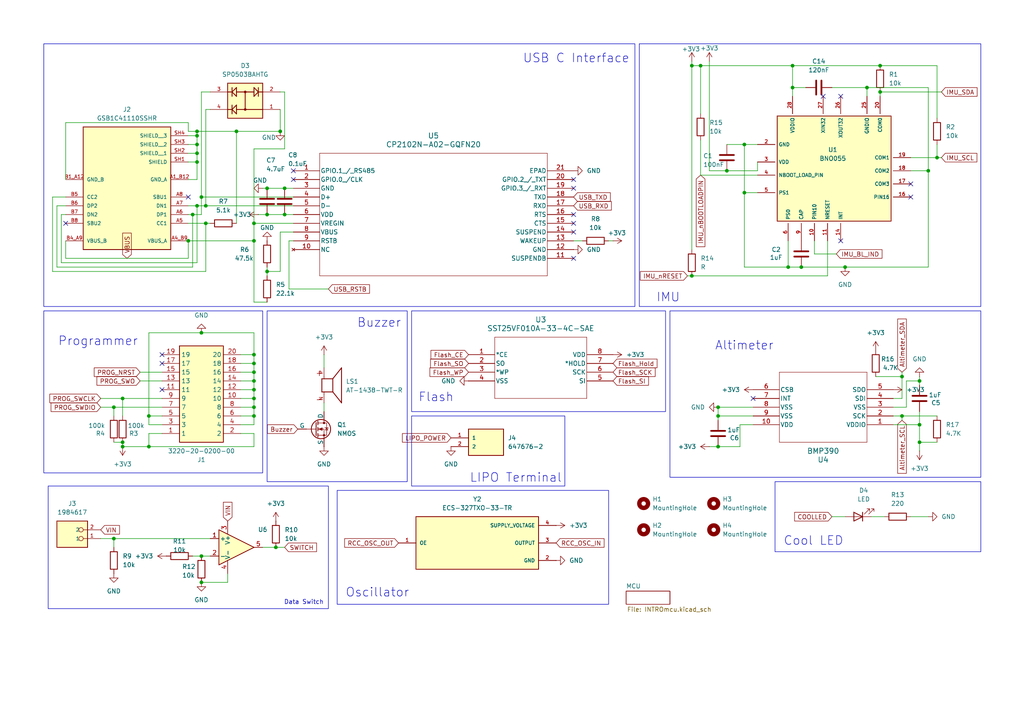
<source format=kicad_sch>
(kicad_sch (version 20250114) (generator "eeschema") (generator_version "9.0")
  (paper "A4")
  (lib_symbols
    (symbol "2 pin v2:1984617" (pin_names (offset 1.016))
      (property "Reference" "J" (at -2.54 3.302 0))
      (property "Value" "1984617" (at -2.54 -7.62 0))
      (symbol "1984617_0_0"
        (pin passive line (at -7.62 0 0) (length 5.08) (name "1") (number "1"))
        (pin passive line (at -7.62 -2.54 0) (length 5.08) (name "2") (number "2"))
      )
    )
    (symbol "20 pin connector:3220-20-0200-00"
      (property "Reference" "J" (at 19.05 7.62 0))
      (property "Value" "3220-20-0200-00" (at 19.05 5.08 0))
      (symbol "3220-20-0200-00_1_1"
        (pin passive line (at 0 0 0) (length 5.08) (name "2") (number "2"))
        (pin passive line (at 0 -2.54 0) (length 5.08) (name "4") (number "4"))
        (pin passive line (at 0 -5.08 0) (length 5.08) (name "6") (number "6"))
        (pin passive line (at 0 -7.62 0) (length 5.08) (name "8") (number "8"))
        (pin passive line (at 0 -10.16 0) (length 5.08) (name "10") (number "10"))
        (pin passive line (at 0 -12.7 0) (length 5.08) (name "12") (number "12"))
        (pin passive line (at 0 -15.24 0) (length 5.08) (name "14") (number "14"))
        (pin passive line (at 0 -17.78 0) (length 5.08) (name "16") (number "16"))
        (pin passive line (at 0 -20.32 0) (length 5.08) (name "18") (number "18"))
        (pin passive line (at 0 -22.86 0) (length 5.08) (name "20") (number "20"))
        (pin passive line (at 22.86 0 180) (length 5.08) (name "1") (number "1"))
        (pin passive line (at 22.86 -2.54 180) (length 5.08) (name "3") (number "3"))
        (pin passive line (at 22.86 -5.08 180) (length 5.08) (name "5") (number "5"))
        (pin passive line (at 22.86 -7.62 180) (length 5.08) (name "7") (number "7"))
        (pin passive line (at 22.86 -10.16 180) (length 5.08) (name "9") (number "9"))
        (pin passive line (at 22.86 -12.7 180) (length 5.08) (name "11") (number "11"))
        (pin passive line (at 22.86 -15.24 180) (length 5.08) (name "13") (number "13"))
        (pin passive line (at 22.86 -17.78 180) (length 5.08) (name "15") (number "15"))
        (pin passive line (at 22.86 -20.32 180) (length 5.08) (name "17") (number "17"))
        (pin passive line (at 22.86 -22.86 180) (length 5.08) (name "19") (number "19"))
      )
    )
    (symbol "647676-2:647676-2" (pin_names (offset 1.016))
      (property "Reference" "J" (at -5.58 5.08 0))
      (property "Value" "647676-2" (at -5.08 -5.08 0))
      (symbol "647676-2_0_0"
        (pin passive line (at -10.16 2.54 0) (length 5.08) (name "1") (number "1"))
        (pin passive line (at -10.16 0 0) (length 5.08) (name "2") (number "2"))
      )
    )
    (symbol "AT-1438-TWT-R:AT-1438-TWT-R" (pin_names (offset 1.016))
      (property "Reference" "LS" (at -1.27 6.35 0))
      (property "Value" "AT-1438-TWT-R" (at -1.27 -8.255 0))
      (symbol "AT-1438-TWT-R_0_0"
        (text "+" (at -5.08 2.54 0) (effects (font (size 1.778 1.778)) (justify left bottom)))
        (text "-" (at -5.08 -5.08 0) (effects (font (size 1.778 1.778)) (justify left bottom)))
        (pin passive line (at -2.54 5.08 270) (length 2.54) (name "~") (number "P"))
        (pin passive line (at -2.54 -5.08 90) (length 2.54) (name "~") (number "N"))
      )
    )
    (symbol "Altimeter:BMP390" (pin_names (offset 0.254))
      (property "Reference" "U" (at 20.32 10.16 0))
      (property "Value" "BMP390" (at 20.32 7.62 0))
      (symbol "BMP390_0_1"
        (pin power_in line (at 0 0 0) (length 7.62) (name "VDDIO") (number "1"))
        (pin input line (at 0 -2.54 0) (length 7.62) (name "SCK") (number "2"))
        (pin power_out line (at 0 -5.08 0) (length 7.62) (name "VSS") (number "3"))
        (pin bidirectional line (at 0 -7.62 0) (length 7.62) (name "SDI") (number "4"))
        (pin bidirectional line (at 0 -10.16 0) (length 7.62) (name "SDO") (number "5"))
        (pin power_in line (at 40.64 0 180) (length 7.62) (name "VDD") (number "10"))
        (pin power_out line (at 40.64 -2.54 180) (length 7.62) (name "VSS") (number "9"))
        (pin power_out line (at 40.64 -5.08 180) (length 7.62) (name "VSS") (number "8"))
        (pin input line (at 40.64 -7.62 180) (length 7.62) (name "INT") (number "7"))
        (pin input line (at 40.64 -10.16 180) (length 7.62) (name "CSB") (number "6"))
      )
    )
    (symbol "BNO055:BNO055" (pin_names (offset 1.016))
      (property "Reference" "U1" (at -6.096 9.906 0))
      (property "Value" "BNO055" (at -6.096 7.366 0))
      (symbol "BNO055_0_0"
        (pin power_in line (at -27.94 11.43 0) (length 5.08) (name "GND") (number "2"))
        (pin power_in line (at -27.94 6.35 0) (length 5.08) (name "VDD") (number "3"))
        (pin bidirectional line (at -27.94 2.54 0) (length 5.08) (name "NBOOT_LOAD_PIN") (number "4"))
        (pin input line (at -27.94 -2.54 0) (length 5.08) (name "PS1") (number "5"))
        (pin power_in line (at -17.78 25.4 270) (length 5.08) (name "VDDIO") (number "28"))
        (pin passive line (at -15.24 -16.51 90) (length 5.08) (name "CAP") (number "9"))
        (pin power_in line (at -11.43 -16.51 90) (length 5.08) (name "PIN10") (number "10"))
        (pin input line (at -8.89 25.4 270) (length 5.08) (name "XIN32") (number "27"))
        (pin output line (at -3.81 25.4 270) (length 5.08) (name "XOUT32") (number "26"))
        (pin output line (at -3.81 -16.51 90) (length 5.08) (name "INT") (number "14"))
        (pin power_in line (at 3.81 25.4 270) (length 5.08) (name "GNDIO") (number "25"))
        (pin bidirectional line (at 7.62 25.4 270) (length 5.08) (name "COM0") (number "20"))
        (pin bidirectional line (at 16.51 7.62 180) (length 5.08) (name "COM1") (number "19"))
        (pin bidirectional line (at 16.51 3.81 180) (length 5.08) (name "COM2") (number "18"))
        (pin bidirectional line (at 16.51 0 180) (length 5.08) (name "COM3") (number "17"))
        (pin power_in line (at 16.51 -3.81 180) (length 5.08) (name "PIN16") (number "16"))
      )
      (symbol "BNO055_1_0"
        (pin input line (at -19.05 -16.51 90) (length 5.08) (name "PS0") (number "6"))
        (pin input line (at -7.62 -16.51 90) (length 5.08) (name "NRESET") (number "11"))
      )
    )
    (symbol "Device:C" (pin_numbers (hide yes)) (pin_names (offset 0.254))
      (property "Reference" "C" (at 0.635 2.54 0))
      (property "Value" "C" (at 0.635 -2.54 0))
      (symbol "C_1_1"
        (pin passive line (at 0 3.81 270) (length 2.794) (name "~") (number "1"))
        (pin passive line (at 0 -3.81 90) (length 2.794) (name "~") (number "2"))
      )
    )
    (symbol "Device:LED" (pin_numbers (hide yes)) (pin_names (offset 1.016) (hide yes))
      (property "Reference" "D" (at 0 2.54 0))
      (property "Value" "LED" (at 0 -2.54 0))
      (symbol "LED_1_1"
        (pin passive line (at -3.81 0 0) (length 2.54) (name "K") (number "1"))
        (pin passive line (at 3.81 0 180) (length 2.54) (name "A") (number "2"))
      )
    )
    (symbol "Device:R" (pin_numbers (hide yes)) (pin_names (offset 0))
      (property "Reference" "R" (at 2.032 0 90))
      (property "Value" "R" (at 0 0 90))
      (symbol "R_1_1"
        (pin passive line (at 0 3.81 270) (length 1.27) (name "~") (number "1"))
        (pin passive line (at 0 -3.81 90) (length 1.27) (name "~") (number "2"))
      )
    )
    (symbol "Mechanical:MountingHole" (pin_names (offset 1.016)) (in_bom no)
      (property "Reference" "H" (at 0 5.08 0))
      (property "Value" "MountingHole" (at 0 3.175 0))
    )
    (symbol "Resonator Clock:ECS-327TXO-33-TR" (pin_names (offset 1.016))
      (property "Reference" "Y" (at -17.78 8.89 0))
      (property "Value" "ECS-327TXO-33-TR" (at -17.78 -10.16 0))
      (symbol "ECS-327TXO-33-TR_0_0"
        (pin input line (at -22.86 0 0) (length 5.08) (name "OE") (number "1"))
        (pin power_in line (at 22.86 5.08 180) (length 5.08) (name "SUPPLY_VOLTAGE") (number "4"))
        (pin output line (at 22.86 0 180) (length 5.08) (name "OUTPUT") (number "3"))
        (pin power_in line (at 22.86 -5.08 180) (length 5.08) (name "GND") (number "2"))
      )
    )
    (symbol "SST25VF010A-33-4C-SAE_1" (pin_names (offset 0.254))
      (property "Reference" "U" (at 20.828 10.16 0))
      (property "Value" "SST25VF010A-33-4C-SAE" (at 20.828 7.62 0))
      (symbol "SST25VF010A-33-4C-SAE_1_0_1"
        (pin input line (at 0 0 0) (length 7.62) (name "*CE") (number "1"))
        (pin output line (at 0 -2.54 0) (length 7.62) (name "SO") (number "2"))
        (pin input line (at 0 -5.08 0) (length 7.62) (name "*WP") (number "3"))
        (pin power_in line (at 0 -7.62 0) (length 7.62) (name "VSS") (number "4"))
        (pin power_in line (at 41.91 0 180) (length 7.62) (name "VDD") (number "8"))
        (pin input line (at 41.91 -2.54 180) (length 7.62) (name "*HOLD") (number "7"))
        (pin input line (at 41.91 -5.08 180) (length 7.62) (name "SCK") (number "6"))
        (pin input line (at 41.91 -7.62 180) (length 7.62) (name "SI") (number "5"))
      )
    )
    (symbol "Simulation_SPICE:NMOS" (pin_numbers (hide yes)) (pin_names (offset 0))
      (property "Reference" "Q" (at 5.08 1.27 0))
      (property "Value" "NMOS" (at 5.08 -1.27 0))
      (symbol "NMOS_1_1"
        (pin input line (at -5.08 0 0) (length 2.54) (name "G") (number "2"))
        (pin passive line (at 2.54 5.08 270) (length 2.54) (name "D") (number "1"))
        (pin passive line (at 2.54 -5.08 90) (length 2.54) (name "S") (number "3"))
      )
    )
    (symbol "Simulation_SPICE:OPAMP" (pin_names (offset 0.254))
      (property "Reference" "U" (at 3.81 3.175 0))
      (property "Value" "${SIM.PARAMS}" (at 3.81 -3.175 0))
      (symbol "OPAMP_1_1"
        (pin input line (at -7.62 2.54 0) (length 2.54) (name "+") (number "1"))
        (pin input line (at -7.62 -2.54 0) (length 2.54) (name "-") (number "2"))
        (pin power_in line (at -2.54 7.62 270) (length 3.81) (name "V+") (number "3"))
        (pin power_in line (at -2.54 -7.62 90) (length 3.81) (name "V-") (number "4"))
        (pin output line (at 7.62 0 180) (length 2.54) (name "~") (number "5"))
      )
    )
    (symbol "USB Diode:SP0503BAHTG" (pin_names (offset 1.016))
      (property "Reference" "D" (at -5.4057 5.6059 0))
      (property "Value" "SP0503BAHTG" (at -5.6024 -7.5032 0))
      (symbol "SP0503BAHTG_0_0"
        (pin passive line (at -10.16 2.54 0) (length 5.08) (name "~") (number "1"))
        (pin passive line (at -10.16 -2.54 0) (length 5.08) (name "~") (number "2"))
        (pin passive line (at 10.16 2.54 180) (length 5.08) (name "~") (number "4"))
        (pin passive line (at 10.16 -2.54 180) (length 5.08) (name "~") (number "3"))
      )
    )
    (symbol "USB Interface:CP2102N-A02-GQFN20" (pin_names (offset 0.254))
      (property "Reference" "U" (at 40.64 10.16 0))
      (property "Value" "CP2102N-A02-GQFN20" (at 40.64 7.62 0))
      (symbol "CP2102N-A02-GQFN20_0_1"
        (pin bidirectional line (at 0 0 0) (length 7.62) (name "GPIO.1_/_RS485") (number "1"))
        (pin bidirectional line (at 0 -2.54 0) (length 7.62) (name "GPIO.0_/CLK") (number "2"))
        (pin power_out line (at 0 -5.08 0) (length 7.62) (name "GND") (number "3"))
        (pin unspecified line (at 0 -7.62 0) (length 7.62) (name "D+") (number "4"))
        (pin unspecified line (at 0 -10.16 0) (length 7.62) (name "D-") (number "5"))
        (pin power_in line (at 0 -12.7 0) (length 7.62) (name "VDD") (number "6"))
        (pin unspecified line (at 0 -15.24 0) (length 7.62) (name "VREGIN") (number "7"))
        (pin unspecified line (at 0 -17.78 0) (length 7.62) (name "VBUS") (number "8"))
        (pin unspecified line (at 0 -20.32 0) (length 7.62) (name "RSTB") (number "9"))
        (pin no_connect line (at 0 -22.86 0) (length 7.62) (name "NC") (number "10"))
        (pin power_out line (at 81.28 0 180) (length 7.62) (name "EPAD") (number "21"))
        (pin bidirectional line (at 81.28 -2.54 180) (length 7.62) (name "GPIO.2_/_TXT") (number "20"))
        (pin bidirectional line (at 81.28 -5.08 180) (length 7.62) (name "GPIO.3_/_RXT") (number "19"))
        (pin unspecified line (at 81.28 -7.62 180) (length 7.62) (name "TXD") (number "18"))
        (pin unspecified line (at 81.28 -10.16 180) (length 7.62) (name "RXD") (number "17"))
        (pin unspecified line (at 81.28 -12.7 180) (length 7.62) (name "RTS") (number "16"))
        (pin unspecified line (at 81.28 -15.24 180) (length 7.62) (name "CTS") (number "15"))
        (pin unspecified line (at 81.28 -17.78 180) (length 7.62) (name "SUSPEND") (number "14"))
        (pin unspecified line (at 81.28 -20.32 180) (length 7.62) (name "WAKEUP") (number "13"))
        (pin power_out line (at 81.28 -22.86 180) (length 7.62) (name "GND") (number "12"))
        (pin unspecified line (at 81.28 -25.4 180) (length 7.62) (name "SUSPENDB") (number "11"))
      )
    )
    (symbol "USB-C:GSB1C41110SSHR" (pin_names (offset 1.016))
      (property "Reference" "J" (at -12.7 13.462 0))
      (property "Value" "GSB1C41110SSHR" (at -12.7 -25.4 0))
      (symbol "GSB1C41110SSHR_0_0"
        (pin power_in line (at -17.78 10.16 0) (length 5.08) (name "VBUS_A") (number "A4_B9"))
        (pin bidirectional line (at -17.78 5.08 0) (length 5.08) (name "CC1") (number "A5"))
        (pin bidirectional line (at -17.78 2.54 0) (length 5.08) (name "DP1") (number "A6"))
        (pin bidirectional line (at -17.78 0 0) (length 5.08) (name "DN1") (number "A7"))
        (pin bidirectional line (at -17.78 -2.54 0) (length 5.08) (name "SBU1") (number "A8"))
        (pin power_in line (at -17.78 -7.62 0) (length 5.08) (name "GND_A") (number "A1_B12"))
        (pin passive line (at -17.78 -12.7 0) (length 5.08) (name "SHIELD") (number "SH1"))
        (pin passive line (at -17.78 -15.24 0) (length 5.08) (name "SHIELD__1") (number "SH2"))
        (pin passive line (at -17.78 -17.78 0) (length 5.08) (name "SHIELD__2") (number "SH3"))
        (pin passive line (at -17.78 -20.32 0) (length 5.08) (name "SHIELD__3") (number "SH4"))
        (pin power_in line (at 17.78 10.16 180) (length 5.08) (name "VBUS_B") (number "B4_A9"))
        (pin bidirectional line (at 17.78 5.08 180) (length 5.08) (name "SBU2") (number "B8"))
        (pin bidirectional line (at 17.78 2.54 180) (length 5.08) (name "DN2") (number "B7"))
        (pin bidirectional line (at 17.78 0 180) (length 5.08) (name "DP2") (number "B6"))
        (pin bidirectional line (at 17.78 -2.54 180) (length 5.08) (name "CC2") (number "B5"))
        (pin power_in line (at 17.78 -7.62 180) (length 5.08) (name "GND_B") (number "B1_A12"))
      )
    )
    (symbol "power:+3V3" (power) (pin_numbers (hide yes)) (pin_names (offset 0) (hide yes))
      (property "Value" "+3V3" (at 0 3.556 0))
      (symbol "+3V3_1_1"
        (pin power_in line (at 0 0 90) (length 0) (name "~") (number "1"))
      )
    )
    (symbol "power:GND" (power) (pin_numbers (hide yes)) (pin_names (offset 0) (hide yes))
      (property "Value" "GND" (at 0 -3.81 0))
      (symbol "GND_1_1"
        (pin power_in line (at 0 0 270) (length 0) (name "~") (number "1"))
      )
    )
  )
  (rectangle (start 194.31 90.17) (end 284.48 138.43))
  (rectangle (start 224.79 139.7) (end 284.48 160.02))
  (rectangle (start 13.97 140.97) (end 95.25 176.53))
  (rectangle (start 12.7 12.7) (end 184.15 88.9))
  (rectangle (start 76.2 137.16) (end 12.7 90.17))
  (rectangle (start 97.79 142.24) (end 176.53 175.26))
  (rectangle (start 77.47 90.17) (end 118.11 139.7))
  (rectangle (start 119.38 120.65) (end 163.83 140.97))
  (rectangle (start 119.38 90.17) (end 193.04 119.38))
  (rectangle (start 185.42 12.7) (end 284.48 88.9))
  (text "Cool LED" (at 235.966 156.972 0) (effects (font (size 2.54 2.54))))
  (text "IMU" (at 193.802 86.36 0) (effects (font (size 2.54 2.54))))
  (text "Programmer" (at 28.448 99.06 0) (effects (font (size 2.54 2.54))))
  (text "Buzzer" (at 109.982 93.726 0) (effects (font (size 2.54 2.54))))
  (text "USB C Interface" (at 167.132 17.018 0) (effects (font (size 2.54 2.54))))
  (text "Flash" (at 126.492 115.316 0) (effects (font (size 2.54 2.54))))
  (text "Oscillator" (at 109.474 171.958 0) (effects (font (size 2.54 2.54))))
  (text "Data Switch\n" (at 88.138 174.752 0) (effects (font (size 1.27 1.27))))
  (text "LIPO Terminal" (at 149.606 138.684 0) (effects (font (size 2.54 2.54))))
  (text "Altimeter" (at 215.9 100.33 0) (effects (font (size 2.54 2.54))))
  (junction (at 82.55 62.23))
  (junction (at 73.66 115.57))
  (junction (at 215.9 55.88))
  (junction (at 77.47 78.74))
  (junction (at 57.15 44.45))
  (junction (at 58.42 168.91))
  (junction (at 73.66 110.49))
  (junction (at 203.2 19.05))
  (junction (at 208.28 120.65))
  (junction (at 73.66 105.41))
  (junction (at 57.15 46.99))
  (junction (at 200.66 19.05))
  (junction (at 215.9 41.91))
  (junction (at 251.46 25.4))
  (junction (at 59.69 64.77))
  (junction (at 68.58 38.1))
  (junction (at 229.87 19.05))
  (junction (at 57.15 59.69))
  (junction (at 208.28 118.11))
  (junction (at 229.87 25.4))
  (junction (at 73.66 64.77))
  (junction (at 73.66 120.65))
  (junction (at 73.66 118.11))
  (junction (at 57.15 39.37))
  (junction (at 57.15 38.1))
  (junction (at 58.42 57.15))
  (junction (at 57.15 41.91))
  (junction (at 77.47 62.23))
  (junction (at 73.66 102.87))
  (junction (at 59.69 59.69))
  (junction (at 271.78 45.72))
  (junction (at 33.02 118.11))
  (junction (at 200.66 80.01))
  (junction (at 245.11 77.47))
  (junction (at 35.56 115.57))
  (junction (at 266.7 110.49))
  (junction (at 73.66 69.85))
  (junction (at 232.41 77.47))
  (junction (at 82.55 54.61))
  (junction (at 269.24 49.53))
  (junction (at 210.82 49.53))
  (junction (at 255.27 26.67))
  (junction (at 73.66 113.03))
  (junction (at 81.28 38.1))
  (junction (at 77.47 54.61))
  (junction (at 228.6 77.47))
  (junction (at 208.28 129.54))
  (junction (at 266.7 123.19))
  (junction (at 35.56 129.54))
  (junction (at 58.42 161.29))
  (junction (at 33.02 156.21))
  (junction (at 54.61 69.85))
  (junction (at 73.66 107.95))
  (junction (at 255.27 19.05))
  (junction (at 266.7 128.27))
  (junction (at 43.18 129.54))
  (junction (at 261.62 120.65))
  (junction (at 43.18 120.65))
  (junction (at 35.56 128.27))
  (junction (at 80.01 158.75))
  (junction (at 58.42 96.52))
  (junction (at 55.88 62.23))
  (junction (at 261.62 109.22))
  (no_connect (at 46.99 102.87))
  (no_connect (at 264.16 53.34))
  (no_connect (at 166.37 64.77))
  (no_connect (at 238.76 27.94))
  (no_connect (at 166.37 52.07))
  (no_connect (at 166.37 54.61))
  (no_connect (at 243.84 69.85))
  (no_connect (at 243.84 27.94))
  (no_connect (at 218.44 115.57))
  (no_connect (at 85.09 52.07))
  (no_connect (at 166.37 67.31))
  (no_connect (at 85.09 49.53))
  (no_connect (at 46.99 105.41))
  (no_connect (at 166.37 62.23))
  (no_connect (at 264.16 57.15))
  (no_connect (at 46.99 113.03))
  (no_connect (at 54.61 57.15))
  (no_connect (at 19.05 64.77))
  (no_connect (at 166.37 74.93))
  (wire (pts (xy 58.42 168.91) (xy 66.04 168.91)))
  (wire (pts (xy 73.66 64.77) (xy 73.66 43.18)))
  (wire (pts (xy 82.55 26.67) (xy 81.28 26.67)))
  (wire (pts (xy 33.02 118.11) (xy 29.21 118.11)))
  (wire (pts (xy 255.27 26.67) (xy 255.27 27.94)))
  (wire (pts (xy 208.28 120.65) (xy 218.44 120.65)))
  (wire (pts (xy 261.62 120.65) (xy 271.78 120.65)))
  (wire (pts (xy 229.87 19.05) (xy 229.87 25.4)))
  (wire (pts (xy 203.2 19.05) (xy 203.2 33.02)))
  (wire (pts (xy 255.27 26.67) (xy 273.05 26.67)))
  (wire (pts (xy 19.05 74.93) (xy 54.61 74.93)))
  (wire (pts (xy 73.66 64.77) (xy 73.66 69.85)))
  (wire (pts (xy 219.71 46.99) (xy 219.71 49.53)))
  (wire (pts (xy 59.69 64.77) (xy 60.96 64.77)))
  (wire (pts (xy 73.66 125.73) (xy 73.66 129.54)))
  (wire (pts (xy 166.37 69.85) (xy 168.91 69.85)))
  (wire (pts (xy 55.88 62.23) (xy 55.88 77.47)))
  (wire (pts (xy 35.56 129.54) (xy 35.56 128.27)))
  (wire (pts (xy 264.16 45.72) (xy 271.78 45.72)))
  (wire (pts (xy 82.55 43.18) (xy 82.55 26.67)))
  (wire (pts (xy 214.63 123.19) (xy 214.63 129.54)))
  (wire (pts (xy 68.58 38.1) (xy 57.15 38.1)))
  (wire (pts (xy 208.28 118.11) (xy 218.44 118.11)))
  (wire (pts (xy 241.3 25.4) (xy 251.46 25.4)))
  (wire (pts (xy 251.46 25.4) (xy 251.46 27.94)))
  (wire (pts (xy 82.55 62.23) (xy 85.09 62.23)))
  (wire (pts (xy 16.51 59.69) (xy 16.51 77.47)))
  (wire (pts (xy 19.05 69.85) (xy 19.05 74.93)))
  (wire (pts (xy 77.47 54.61) (xy 82.55 54.61)))
  (wire (pts (xy 73.66 120.65) (xy 73.66 118.11)))
  (wire (pts (xy 215.9 77.47) (xy 228.6 77.47)))
  (wire (pts (xy 19.05 57.15) (xy 15.24 57.15)))
  (wire (pts (xy 266.7 111.76) (xy 266.7 110.49)))
  (wire (pts (xy 73.66 105.41) (xy 69.85 105.41)))
  (wire (pts (xy 17.78 76.2) (xy 57.15 76.2)))
  (wire (pts (xy 54.61 35.56) (xy 54.61 38.1)))
  (wire (pts (xy 57.15 44.45) (xy 57.15 46.99)))
  (wire (pts (xy 266.7 123.19) (xy 266.7 128.27)))
  (wire (pts (xy 58.42 62.23) (xy 58.42 57.15)))
  (wire (pts (xy 240.03 69.85) (xy 240.03 80.01)))
  (wire (pts (xy 264.16 49.53) (xy 269.24 49.53)))
  (wire (pts (xy 35.56 115.57) (xy 29.21 115.57)))
  (wire (pts (xy 46.99 118.11) (xy 33.02 118.11)))
  (wire (pts (xy 252.73 149.86) (xy 256.54 149.86)))
  (wire (pts (xy 266.7 110.49) (xy 266.7 109.22)))
  (wire (pts (xy 199.39 80.01) (xy 200.66 80.01)))
  (wire (pts (xy 215.9 41.91) (xy 215.9 55.88)))
  (wire (pts (xy 80.01 158.75) (xy 82.55 158.75)))
  (wire (pts (xy 54.61 52.07) (xy 57.15 52.07)))
  (wire (pts (xy 219.71 41.91) (xy 215.9 41.91)))
  (wire (pts (xy 58.42 161.29) (xy 60.96 161.29)))
  (wire (pts (xy 73.66 107.95) (xy 69.85 107.95)))
  (wire (pts (xy 210.82 49.53) (xy 219.71 49.53)))
  (wire (pts (xy 19.05 62.23) (xy 17.78 62.23)))
  (wire (pts (xy 73.66 113.03) (xy 69.85 113.03)))
  (wire (pts (xy 210.82 41.91) (xy 215.9 41.91)))
  (wire (pts (xy 46.99 120.65) (xy 43.18 120.65)))
  (wire (pts (xy 254 109.22) (xy 261.62 109.22)))
  (wire (pts (xy 57.15 38.1) (xy 57.15 39.37)))
  (wire (pts (xy 77.47 62.23) (xy 82.55 62.23)))
  (wire (pts (xy 205.74 49.53) (xy 210.82 49.53)))
  (wire (pts (xy 82.55 54.61) (xy 85.09 54.61)))
  (wire (pts (xy 259.08 123.19) (xy 266.7 123.19)))
  (wire (pts (xy 57.15 41.91) (xy 57.15 44.45)))
  (wire (pts (xy 236.22 73.66) (xy 242.57 73.66)))
  (wire (pts (xy 271.78 19.05) (xy 255.27 19.05)))
  (wire (pts (xy 271.78 41.91) (xy 271.78 45.72)))
  (wire (pts (xy 58.42 57.15) (xy 85.09 57.15)))
  (wire (pts (xy 228.6 77.47) (xy 232.41 77.47)))
  (wire (pts (xy 73.66 120.65) (xy 69.85 120.65)))
  (wire (pts (xy 271.78 128.27) (xy 266.7 128.27)))
  (wire (pts (xy 73.66 115.57) (xy 69.85 115.57)))
  (wire (pts (xy 271.78 45.72) (xy 273.05 45.72)))
  (wire (pts (xy 229.87 25.4) (xy 233.68 25.4)))
  (wire (pts (xy 266.7 128.27) (xy 266.7 130.81)))
  (wire (pts (xy 54.61 44.45) (xy 57.15 44.45)))
  (wire (pts (xy 229.87 25.4) (xy 229.87 27.94)))
  (wire (pts (xy 228.6 69.85) (xy 228.6 77.47)))
  (wire (pts (xy 259.08 115.57) (xy 261.62 115.57)))
  (wire (pts (xy 259.08 120.65) (xy 261.62 120.65)))
  (wire (pts (xy 215.9 55.88) (xy 215.9 77.47)))
  (wire (pts (xy 266.7 123.19) (xy 266.7 119.38)))
  (wire (pts (xy 55.88 62.23) (xy 58.42 62.23)))
  (wire (pts (xy 58.42 26.67) (xy 60.96 26.67)))
  (wire (pts (xy 73.66 102.87) (xy 69.85 102.87)))
  (wire (pts (xy 33.02 156.21) (xy 60.96 156.21)))
  (wire (pts (xy 29.21 156.21) (xy 33.02 156.21)))
  (wire (pts (xy 54.61 39.37) (xy 57.15 39.37)))
  (wire (pts (xy 236.22 73.66) (xy 236.22 69.85)))
  (wire (pts (xy 43.18 120.65) (xy 43.18 123.19)))
  (wire (pts (xy 74.93 62.23) (xy 77.47 62.23)))
  (wire (pts (xy 43.18 129.54) (xy 35.56 129.54)))
  (wire (pts (xy 19.05 59.69) (xy 16.51 59.69)))
  (wire (pts (xy 69.85 125.73) (xy 73.66 125.73)))
  (wire (pts (xy 208.28 120.65) (xy 208.28 118.11)))
  (wire (pts (xy 76.2 54.61) (xy 77.47 54.61)))
  (wire (pts (xy 46.99 110.49) (xy 40.64 110.49)))
  (wire (pts (xy 73.66 118.11) (xy 73.66 115.57)))
  (wire (pts (xy 176.53 69.85) (xy 177.8 69.85)))
  (wire (pts (xy 269.24 25.4) (xy 251.46 25.4)))
  (wire (pts (xy 269.24 25.4) (xy 269.24 49.53)))
  (wire (pts (xy 81.28 67.31) (xy 85.09 67.31)))
  (wire (pts (xy 59.69 59.69) (xy 59.69 31.75)))
  (wire (pts (xy 58.42 26.67) (xy 58.42 57.15)))
  (wire (pts (xy 54.61 62.23) (xy 55.88 62.23)))
  (wire (pts (xy 93.98 116.84) (xy 93.98 119.38)))
  (wire (pts (xy 19.05 35.56) (xy 54.61 35.56)))
  (wire (pts (xy 73.66 96.52) (xy 58.42 96.52)))
  (wire (pts (xy 57.15 46.99) (xy 57.15 52.07)))
  (wire (pts (xy 73.66 69.85) (xy 73.66 87.63)))
  (wire (pts (xy 15.24 57.15) (xy 15.24 78.74)))
  (wire (pts (xy 200.66 80.01) (xy 240.03 80.01)))
  (wire (pts (xy 205.74 17.78) (xy 205.74 49.53)))
  (wire (pts (xy 54.61 38.1) (xy 57.15 38.1)))
  (wire (pts (xy 262.89 110.49) (xy 262.89 118.11)))
  (wire (pts (xy 46.99 123.19) (xy 43.18 123.19)))
  (wire (pts (xy 200.66 19.05) (xy 200.66 72.39)))
  (wire (pts (xy 73.66 123.19) (xy 73.66 120.65)))
  (wire (pts (xy 54.61 41.91) (xy 57.15 41.91)))
  (wire (pts (xy 203.2 19.05) (xy 229.87 19.05)))
  (wire (pts (xy 73.66 123.19) (xy 69.85 123.19)))
  (wire (pts (xy 232.41 77.47) (xy 245.11 77.47)))
  (wire (pts (xy 262.89 118.11) (xy 259.08 118.11)))
  (wire (pts (xy 54.61 64.77) (xy 59.69 64.77)))
  (wire (pts (xy 264.16 149.86) (xy 269.24 149.86)))
  (wire (pts (xy 214.63 129.54) (xy 208.28 129.54)))
  (wire (pts (xy 35.56 120.65) (xy 35.56 115.57)))
  (wire (pts (xy 76.2 158.75) (xy 80.01 158.75)))
  (wire (pts (xy 55.88 161.29) (xy 58.42 161.29)))
  (wire (pts (xy 73.66 105.41) (xy 73.66 102.87)))
  (wire (pts (xy 261.62 109.22) (xy 261.62 107.95)))
  (wire (pts (xy 215.9 55.88) (xy 219.71 55.88)))
  (wire (pts (xy 68.58 38.1) (xy 81.28 38.1)))
  (wire (pts (xy 73.66 118.11) (xy 69.85 118.11)))
  (wire (pts (xy 83.82 69.85) (xy 83.82 83.82)))
  (wire (pts (xy 200.66 19.05) (xy 203.2 19.05)))
  (wire (pts (xy 66.04 168.91) (xy 66.04 166.37)))
  (wire (pts (xy 83.82 69.85) (xy 85.09 69.85)))
  (wire (pts (xy 35.56 128.27) (xy 33.02 128.27)))
  (wire (pts (xy 77.47 78.74) (xy 77.47 80.01)))
  (wire (pts (xy 261.62 115.57) (xy 261.62 109.22)))
  (wire (pts (xy 46.99 115.57) (xy 35.56 115.57)))
  (wire (pts (xy 261.62 121.92) (xy 261.62 120.65)))
  (wire (pts (xy 218.44 123.19) (xy 214.63 123.19)))
  (wire (pts (xy 229.87 19.05) (xy 255.27 19.05)))
  (wire (pts (xy 219.71 50.8) (xy 203.2 50.8)))
  (wire (pts (xy 54.61 74.93) (xy 54.61 69.85)))
  (wire (pts (xy 245.11 77.47) (xy 269.24 77.47)))
  (wire (pts (xy 33.02 120.65) (xy 33.02 118.11)))
  (wire (pts (xy 15.24 78.74) (xy 59.69 78.74)))
  (wire (pts (xy 73.66 64.77) (xy 85.09 64.77)))
  (wire (pts (xy 54.61 69.85) (xy 73.66 69.85)))
  (wire (pts (xy 16.51 77.47) (xy 55.88 77.47)))
  (wire (pts (xy 73.66 129.54) (xy 43.18 129.54)))
  (wire (pts (xy 57.15 76.2) (xy 57.15 59.69)))
  (wire (pts (xy 59.69 78.74) (xy 59.69 64.77)))
  (wire (pts (xy 59.69 31.75) (xy 60.96 31.75)))
  (wire (pts (xy 269.24 49.53) (xy 269.24 77.47)))
  (wire (pts (xy 46.99 107.95) (xy 40.64 107.95)))
  (wire (pts (xy 73.66 110.49) (xy 69.85 110.49)))
  (wire (pts (xy 81.28 31.75) (xy 81.28 38.1)))
  (wire (pts (xy 73.66 113.03) (xy 73.66 110.49)))
  (wire (pts (xy 43.18 96.52) (xy 43.18 120.65)))
  (wire (pts (xy 241.3 149.86) (xy 245.11 149.86)))
  (wire (pts (xy 208.28 129.54) (xy 205.74 129.54)))
  (wire (pts (xy 73.66 102.87) (xy 73.66 96.52)))
  (wire (pts (xy 77.47 78.74) (xy 81.28 78.74)))
  (wire (pts (xy 93.98 102.87) (xy 93.98 106.68)))
  (wire (pts (xy 57.15 59.69) (xy 59.69 59.69)))
  (wire (pts (xy 68.58 38.1) (xy 68.58 64.77)))
  (wire (pts (xy 271.78 34.29) (xy 271.78 19.05)))
  (wire (pts (xy 266.7 110.49) (xy 262.89 110.49)))
  (wire (pts (xy 59.69 59.69) (xy 85.09 59.69)))
  (wire (pts (xy 19.05 52.07) (xy 19.05 35.56)))
  (wire (pts (xy 83.82 83.82) (xy 95.25 83.82)))
  (wire (pts (xy 57.15 39.37) (xy 57.15 41.91)))
  (wire (pts (xy 17.78 62.23) (xy 17.78 76.2)))
  (wire (pts (xy 54.61 59.69) (xy 57.15 59.69)))
  (wire (pts (xy 58.42 96.52) (xy 43.18 96.52)))
  (wire (pts (xy 81.28 78.74) (xy 81.28 67.31)))
  (wire (pts (xy 200.66 17.78) (xy 200.66 19.05)))
  (wire (pts (xy 54.61 46.99) (xy 57.15 46.99)))
  (wire (pts (xy 43.18 125.73) (xy 46.99 125.73)))
  (wire (pts (xy 43.18 129.54) (xy 43.18 125.73)))
  (wire (pts (xy 77.47 77.47) (xy 77.47 78.74)))
  (wire (pts (xy 203.2 40.64) (xy 203.2 50.8)))
  (wire (pts (xy 33.02 156.21) (xy 33.02 158.75)))
  (wire (pts (xy 73.66 115.57) (xy 73.66 113.03)))
  (wire (pts (xy 73.66 43.18) (xy 82.55 43.18)))
  (wire (pts (xy 73.66 107.95) (xy 73.66 105.41)))
  (wire (pts (xy 73.66 110.49) (xy 73.66 107.95)))
  (wire (pts (xy 73.66 87.63) (xy 77.47 87.63)))
  (wire (pts (xy 208.28 121.92) (xy 208.28 120.65)))
  (global_label "Flash_SCK" (shape input) (at 177.8 107.95 0) (property "Intersheetrefs" "${INTERSHEET_REFS}" (effects (hide yes))))
  (global_label "IMU_SCL" (shape input) (at 273.05 45.72 0) (property "Intersheetrefs" "${INTERSHEET_REFS}" (effects (hide yes))))
  (global_label "RCC_OSC_IN" (shape input) (at 161.29 157.48 0) (property "Intersheetrefs" "${INTERSHEET_REFS}" (effects (hide yes))))
  (global_label "Flash_CE" (shape input) (at 135.89 102.87 180) (property "Intersheetrefs" "${INTERSHEET_REFS}" (effects (hide yes))))
  (global_label "IMU_nBOOTLOADPIN" (shape input) (at 203.2 50.8 270) (property "Intersheetrefs" "${INTERSHEET_REFS}" (effects (hide yes))))
  (global_label "Altimeter_SCL" (shape input) (at 261.62 121.92 270) (property "Intersheetrefs" "${INTERSHEET_REFS}" (effects (hide yes))))
  (global_label "PROG_SWO" (shape input) (at 40.64 110.49 180) (property "Intersheetrefs" "${INTERSHEET_REFS}" (effects (hide yes))))
  (global_label "Buzzer" (shape input) (at 86.36 124.46 180) (property "Intersheetrefs" "${INTERSHEET_REFS}" (effects (hide yes))))
  (global_label "VBUS" (shape input) (at 36.83 74.93 90) (property "Intersheetrefs" "${INTERSHEET_REFS}" (effects (hide yes))))
  (global_label "IMU_nRESET" (shape input) (at 199.39 80.01 180) (property "Intersheetrefs" "${INTERSHEET_REFS}" (effects (hide yes))))
  (global_label "VIN" (shape input) (at 29.21 153.67 0) (property "Intersheetrefs" "${INTERSHEET_REFS}" (effects (hide yes))))
  (global_label "PROG_SWCLK" (shape input) (at 29.21 115.57 180) (property "Intersheetrefs" "${INTERSHEET_REFS}" (effects (hide yes))))
  (global_label "IMU_SDA" (shape input) (at 273.05 26.67 0) (property "Intersheetrefs" "${INTERSHEET_REFS}" (effects (hide yes))))
  (global_label "Flash_SO" (shape input) (at 135.89 105.41 180) (property "Intersheetrefs" "${INTERSHEET_REFS}" (effects (hide yes))))
  (global_label "Flash_SI" (shape input) (at 177.8 110.49 0) (property "Intersheetrefs" "${INTERSHEET_REFS}" (effects (hide yes))))
  (global_label "Altimeter_SDA" (shape input) (at 261.62 107.95 90) (property "Intersheetrefs" "${INTERSHEET_REFS}" (effects (hide yes))))
  (global_label "USB_TXD" (shape input) (at 166.37 57.15 0) (property "Intersheetrefs" "${INTERSHEET_REFS}" (effects (hide yes))))
  (global_label "PROG_SWDIO" (shape input) (at 29.21 118.11 180) (property "Intersheetrefs" "${INTERSHEET_REFS}" (effects (hide yes))))
  (global_label "PROG_NRST" (shape input) (at 40.64 107.95 180) (property "Intersheetrefs" "${INTERSHEET_REFS}" (effects (hide yes))))
  (global_label "IMU_BL_IND" (shape input) (at 242.57 73.66 0) (property "Intersheetrefs" "${INTERSHEET_REFS}" (effects (hide yes))))
  (global_label "COOLLED" (shape input) (at 241.3 149.86 180) (property "Intersheetrefs" "${INTERSHEET_REFS}" (effects (hide yes))))
  (global_label "SWITCH" (shape input) (at 82.55 158.75 0) (property "Intersheetrefs" "${INTERSHEET_REFS}" (effects (hide yes))))
  (global_label "Flash_Hold" (shape input) (at 177.8 105.41 0) (property "Intersheetrefs" "${INTERSHEET_REFS}" (effects (hide yes))))
  (global_label "Flash_WP" (shape input) (at 135.89 107.95 180) (property "Intersheetrefs" "${INTERSHEET_REFS}" (effects (hide yes))))
  (global_label "USB_RSTB" (shape input) (at 95.25 83.82 0) (property "Intersheetrefs" "${INTERSHEET_REFS}" (effects (hide yes))))
  (global_label "USB_RXD" (shape input) (at 166.37 59.69 0) (property "Intersheetrefs" "${INTERSHEET_REFS}" (effects (hide yes))))
  (global_label "LIPO_POWER" (shape input) (at 130.81 127 180) (property "Intersheetrefs" "${INTERSHEET_REFS}" (effects (hide yes))))
  (global_label "RCC_OSC_OUT" (shape input) (at 115.57 157.48 180) (property "Intersheetrefs" "${INTERSHEET_REFS}" (effects (hide yes))))
  (global_label "VIN" (shape input) (at 66.04 151.13 90) (property "Intersheetrefs" "${INTERSHEET_REFS}" (effects (hide yes))))
  (symbol (lib_id "power:+3V3") (at 205.74 129.54 90) (unit 1)
    (property "Reference" "#PWR013" (effects (hide yes)))
    (property "Value" "+3V3" (at 201.93 129.5401 90) (effects (justify left)))
    (property "Description" "Power symbol creates a global label with name \"+3V3\"" (effects (hide yes)))
  )
  (symbol (lib_id "20 pin connector:3220-20-0200-00") (at 69.85 125.73 180) (unit 1)
    (property "Reference" "J1" (at 58.42 133.35 0))
    (property "Value" "3220-20-0200-00" (at 58.42 130.81 0))
    (property "Footprint" "footprint:322020020000" (effects (hide yes)))
    (property "Datasheet" "https://www.arrow.com/en/products/3220-20-0200-00/cnc-tech-llc?region=nac" (effects (hide yes)))
    (property "Description" "Connector Header Through Hole, Right Angle 20 position 0.050\" (1.27mm)" (effects (hide yes)))
    (property "Height" "5.35" (effects (hide yes)))
    (property "Arrow Part Number" "3220-20-0200-00" (effects (hide yes)))
    (property "Arrow Price/Stock" "https://www.arrow.com/en/products/3220-20-0200-00/cnc-tech-llc?region=nac" (effects (hide yes)))
    (property "Manufacturer_Name" "CNC Tech" (effects (hide yes)))
    (property "Manufacturer_Part_Number" "3220-20-0200-00" (effects (hide yes)))
  )
  (symbol (lib_id "Device:C") (at 237.49 25.4 90) (unit 1)
    (property "Reference" "C14" (at 237.49 17.78 90))
    (property "Value" "120nF" (at 237.49 20.32 90))
    (property "Footprint" "Capacitor_SMD:C_0603_1608Metric" (effects (hide yes)))
    (property "Description" "Unpolarized capacitor" (effects (hide yes)))
  )
  (symbol (lib_id "power:+3V3") (at 259.08 113.03 270) (unit 1)
    (property "Reference" "#PWR036" (effects (hide yes)))
    (property "Value" "+3V3" (at 262.89 113.0299 90) (effects (justify left)))
    (property "Description" "Power symbol creates a global label with name \"+3V3\"" (effects (hide yes)))
  )
  (symbol (lib_id "Device:R") (at 271.78 124.46 0) (unit 1)
    (property "Reference" "R17" (at 274.32 123.1899 0) (effects (justify left)))
    (property "Value" "4.7K" (at 274.32 125.7299 0) (effects (justify left)))
    (property "Footprint" "Resistor_SMD:R_0603_1608Metric" (effects (hide yes)))
    (property "Description" "Resistor" (effects (hide yes)))
  )
  (symbol (lib_id "power:+3V3") (at 177.8 102.87 270) (unit 1)
    (property "Reference" "#PWR07" (effects (hide yes)))
    (property "Value" "+3V3" (at 181.61 102.8699 90) (effects (justify left)))
    (property "Description" "Power symbol creates a global label with name \"+3V3\"" (effects (hide yes)))
  )
  (symbol (lib_name "SST25VF010A-33-4C-SAE_1") (lib_id "Flash Storage:SST25VF010A-33-4C-SAE") (at 135.89 102.87 0) (unit 1)
    (property "Reference" "U3" (at 156.845 92.71 0) (effects (font (size 1.524 1.524))))
    (property "Value" "SST25VF010A-33-4C-SAE" (at 156.845 95.25 0) (effects (font (size 1.524 1.524))))
    (property "Footprint" "footprint:SOIC8_SA_SST_MCH" (effects (hide yes)))
    (property "Datasheet" "SST25VF010A-33-4C-SAE" (effects (hide yes)))
  )
  (symbol (lib_id "power:+3V3") (at 266.7 130.81 180) (unit 1)
    (property "Reference" "#PWR011" (effects (hide yes)))
    (property "Value" "+3V3" (at 266.7 135.89 0))
    (property "Description" "Power symbol creates a global label with name \"+3V3\"" (effects (hide yes)))
  )
  (symbol (lib_id "power:+3V3") (at 74.93 62.23 90) (unit 1)
    (property "Reference" "#PWR021" (effects (hide yes)))
    (property "Value" "+3V3" (at 72.898 62.23 90) (effects (justify left)))
    (property "Description" "Power symbol creates a global label with name \"+3V3\"" (effects (hide yes)))
  )
  (symbol (lib_id "Device:C") (at 232.41 73.66 0) (unit 1)
    (property "Reference" "C2" (at 223.774 72.39 0) (effects (justify left)))
    (property "Value" "1uF" (at 223.266 74.6759 0) (effects (justify left)))
    (property "Footprint" "Capacitor_SMD:C_0603_1608Metric" (effects (hide yes)))
    (property "Description" "Unpolarized capacitor" (effects (hide yes)))
  )
  (symbol (lib_id "AT-1438-TWT-R:AT-1438-TWT-R") (at 96.52 111.76 0) (unit 1)
    (property "Reference" "LS1" (at 100.33 110.6342 0) (effects (justify left)))
    (property "Value" "AT-1438-TWT-R" (at 100.33 113.1742 0) (effects (justify left)))
    (property "Footprint" "footprint:XDCR_AT-1438-TWT-R" (effects (hide yes)))
    (property "PARTREV" "H" (effects (hide yes)))
    (property "STANDARD" "Manufacturer Recommendations" (effects (hide yes)))
    (property "MAXIMUM_PACKAGE_HEIGHT" "6.8 mm" (effects (hide yes)))
    (property "MANUFACTURER" "PUI Audio" (effects (hide yes)))
  )
  (symbol (lib_id "Device:C") (at 210.82 45.72 0) (unit 1)
    (property "Reference" "C1" (at 203.962 45.212 0) (effects (justify left)))
    (property "Value" "100nF" (at 203.962 47.752 0) (effects (justify left)))
    (property "Footprint" "Capacitor_SMD:C_0603_1608Metric" (effects (hide yes)))
    (property "Description" "Unpolarized capacitor" (effects (hide yes)))
  )
  (symbol (lib_id "Mechanical:MountingHole") (at 207.01 153.67 0) (unit 1) (in_bom no)
    (property "Reference" "H4" (at 209.55 152.3999 0) (effects (justify left)))
    (property "Value" "MountingHole" (at 209.55 154.9399 0) (effects (justify left)))
    (property "Footprint" "MountingHole:MountingHole_2.2mm_M2" (effects (hide yes)))
    (property "Description" "Mounting Hole without connection" (effects (hide yes)))
  )
  (symbol (lib_id "power:GND") (at 130.81 129.54 0) (unit 1)
    (property "Reference" "#PWR035" (effects (hide yes)))
    (property "Value" "GND" (at 130.81 134.62 0))
    (property "Description" "Power symbol creates a global label with name \"GND\" , ground" (effects (hide yes)))
  )
  (symbol (lib_id "Device:R") (at 64.77 64.77 90) (unit 1)
    (property "Reference" "R7" (at 64.77 58.42 90))
    (property "Value" "5.1k" (at 64.77 60.96 90))
    (property "Footprint" "Resistor_SMD:R_0603_1608Metric" (effects (hide yes)))
    (property "Description" "Resistor" (effects (hide yes)))
  )
  (symbol (lib_id "power:GND") (at 135.89 110.49 270) (unit 1)
    (property "Reference" "#PWR08" (effects (hide yes)))
    (property "Value" "GND" (at 132.08 110.4899 90) (effects (justify right)))
    (property "Description" "Power symbol creates a global label with name \"GND\" , ground" (effects (hide yes)))
  )
  (symbol (lib_id "power:+3V3") (at 254 101.6 0) (unit 1)
    (property "Reference" "#PWR010" (effects (hide yes)))
    (property "Value" "+3V3" (at 254 96.52 0))
    (property "Description" "Power symbol creates a global label with name \"+3V3\"" (effects (hide yes)))
  )
  (symbol (lib_id "Simulation_SPICE:OPAMP") (at 68.58 158.75 0) (unit 1)
    (property "Reference" "U6" (at 76.2 153.5998 0))
    (property "Value" "${SIM.PARAMS}" (at 76.2 155.5049 0))
    (property "Footprint" "Package_TO_SOT_SMD:SOT-23-5" (effects (hide yes)))
    (property "Datasheet" "https://ngspice.sourceforge.io/docs/ngspice-html-manual/manual.xhtml#sec__SUBCKT_Subcircuits" (effects (hide yes)))
    (property "Description" "Operational amplifier, single" (effects (hide yes)))
    (property "Sim.Pins" "1=in+ 2=in- 3=vcc 4=vee 5=out" (effects (hide yes)))
    (property "Sim.Device" "SUBCKT" (effects (hide yes)))
    (property "Sim.Library" "${KICAD9_SYMBOL_DIR}/Simulation_SPICE.sp" (effects (hide yes)))
    (property "Sim.Name" "kicad_builtin_opamp" (effects (hide yes)))
  )
  (symbol (lib_id "power:GND") (at 76.2 54.61 270) (unit 1)
    (property "Reference" "#PWR023" (effects (hide yes)))
    (property "Value" "GND" (at 77.47 52.324 90) (effects (justify right)))
    (property "Description" "Power symbol creates a global label with name \"GND\" , ground" (effects (hide yes)))
  )
  (symbol (lib_id "power:+3V3") (at 177.8 69.85 270) (unit 1)
    (property "Reference" "#PWR025" (effects (hide yes)))
    (property "Value" "+3V3" (at 176.276 67.564 90) (effects (justify left)))
    (property "Description" "Power symbol creates a global label with name \"+3V3\"" (effects (hide yes)))
  )
  (symbol (lib_id "Device:R") (at 35.56 124.46 180) (unit 1)
    (property "Reference" "R3" (at 40.132 125.73 0) (effects (justify left)))
    (property "Value" "100k" (at 41.91 123.444 0) (effects (justify left)))
    (property "Footprint" "Resistor_SMD:R_0603_1608Metric" (effects (hide yes)))
    (property "Description" "Resistor" (effects (hide yes)))
  )
  (symbol (lib_id "Device:R") (at 33.02 162.56 0) (unit 1)
    (property "Reference" "R9" (at 35.56 161.2899 0) (effects (justify left)))
    (property "Value" "10k" (at 35.56 163.8299 0) (effects (justify left)))
    (property "Footprint" "Resistor_SMD:R_0603_1608Metric" (effects (hide yes)))
    (property "Description" "Resistor" (effects (hide yes)))
  )
  (symbol (lib_id "power:GND") (at 58.42 168.91 0) (unit 1)
    (property "Reference" "#PWR026" (effects (hide yes)))
    (property "Value" "GND" (at 58.42 173.99 0))
    (property "Description" "Power symbol creates a global label with name \"GND\" , ground" (effects (hide yes)))
  )
  (symbol (lib_id "USB-C:GSB1C41110SSHR") (at 36.83 59.69 180) (unit 1)
    (property "Reference" "J2" (at 36.83 31.75 0))
    (property "Value" "GSB1C41110SSHR" (at 36.83 34.29 0))
    (property "Footprint" "footprint:AMPHENOL_GSB1C41110SSHR" (effects (hide yes)))
    (property "PARTREV" "AX1" (effects (hide yes)))
    (property "STANDARD" "Manufacturer Recommendations" (effects (hide yes)))
    (property "MAXIMUM_PACKAGE_HEIGHT" "3.21mm" (effects (hide yes)))
    (property "MANUFACTURER" "Amphenol" (effects (hide yes)))
  )
  (symbol (lib_id "Device:R") (at 271.78 38.1 0) (unit 1)
    (property "Reference" "R2" (at 274.32 36.8299 0) (effects (justify left)))
    (property "Value" "10k" (at 274.32 39.3699 0) (effects (justify left)))
    (property "Footprint" "Resistor_SMD:R_0603_1608Metric" (effects (hide yes)))
    (property "Description" "Resistor" (effects (hide yes)))
  )
  (symbol (lib_id "Device:R") (at 203.2 36.83 0) (unit 1)
    (property "Reference" "R15" (at 205.74 35.5599 0) (effects (justify left)))
    (property "Value" "10k" (at 205.74 38.0999 0) (effects (justify left)))
    (property "Footprint" "Resistor_SMD:R_0603_1608Metric" (effects (hide yes)))
    (property "Description" "Resistor" (effects (hide yes)))
  )
  (symbol (lib_id "power:GND") (at 166.37 49.53 90) (unit 1)
    (property "Reference" "#PWR024" (effects (hide yes)))
    (property "Value" "GND" (at 170.18 49.5299 90) (effects (justify right)))
    (property "Description" "Power symbol creates a global label with name \"GND\" , ground" (effects (hide yes)))
  )
  (symbol (lib_id "Device:R") (at 77.47 83.82 0) (unit 1)
    (property "Reference" "R5" (at 80.01 82.5499 0) (effects (justify left)))
    (property "Value" "22.1k" (at 80.01 85.0899 0) (effects (justify left)))
    (property "Footprint" "Resistor_SMD:R_0603_1608Metric" (effects (hide yes)))
    (property "Description" "Resistor" (effects (hide yes)))
  )
  (symbol (lib_id "Device:R") (at 77.47 73.66 0) (unit 1)
    (property "Reference" "R6" (at 69.596 72.39 0) (effects (justify left)))
    (property "Value" "47.5k" (at 68.072 74.93 0) (effects (justify left)))
    (property "Footprint" "Resistor_SMD:R_0603_1608Metric" (effects (hide yes)))
    (property "Description" "Resistor" (effects (hide yes)))
  )
  (symbol (lib_id "power:+3V3") (at 161.29 152.4 270) (unit 1)
    (property "Reference" "#PWR05" (effects (hide yes)))
    (property "Value" "+3V3" (at 165.1 152.3999 90) (effects (justify left)))
    (property "Description" "Power symbol creates a global label with name \"+3V3\"" (effects (hide yes)))
  )
  (symbol (lib_id "power:GND") (at 208.28 118.11 270) (unit 1)
    (property "Reference" "#PWR014" (effects (hide yes)))
    (property "Value" "GND" (at 204.47 118.1101 90) (effects (justify right)))
    (property "Description" "Power symbol creates a global label with name \"GND\" , ground" (effects (hide yes)))
  )
  (symbol (lib_id "Mechanical:MountingHole") (at 186.69 146.05 0) (unit 1) (in_bom no)
    (property "Reference" "H1" (at 189.23 144.7799 0) (effects (justify left)))
    (property "Value" "MountingHole" (at 189.23 147.3199 0) (effects (justify left)))
    (property "Footprint" "MountingHole:MountingHole_2.2mm_M2" (effects (hide yes)))
    (property "Description" "Mounting Hole without connection" (effects (hide yes)))
  )
  (symbol (lib_id "2 pin v2:1984617") (at 21.59 156.21 180) (unit 1)
    (property "Reference" "J3" (at 20.955 146.05 0))
    (property "Value" "1984617" (at 20.955 148.59 0))
    (property "Footprint" "footprint:PHOENIX_1984617" (effects (hide yes)))
    (property "PARTREV" "22.08.2018" (effects (hide yes)))
    (property "STANDARD" "Manufacturer Recommendations" (effects (hide yes)))
    (property "MAXIMUM_PACKAGE_HEIGHT" "9.3mm" (effects (hide yes)))
    (property "MANUFACTURER" "Phoenix Contact" (effects (hide yes)))
  )
  (symbol (lib_id "power:GND") (at 266.7 109.22 180) (unit 1)
    (property "Reference" "#PWR012" (effects (hide yes)))
    (property "Value" "GND" (at 266.7 104.14 0))
    (property "Description" "Power symbol creates a global label with name \"GND\" , ground" (effects (hide yes)))
  )
  (symbol (lib_id "Device:R") (at 172.72 69.85 90) (unit 1)
    (property "Reference" "R8" (at 172.72 63.5 90))
    (property "Value" "10k" (at 172.72 66.04 90))
    (property "Footprint" "Resistor_SMD:R_0603_1608Metric" (effects (hide yes)))
    (property "Description" "Resistor" (effects (hide yes)))
  )
  (symbol (lib_id "power:+3V3") (at 205.74 17.78 0) (unit 1)
    (property "Reference" "#PWR02" (effects (hide yes)))
    (property "Value" "+3V3" (at 205.74 13.97 0))
    (property "Description" "Power symbol creates a global label with name \"+3V3\"" (effects (hide yes)))
  )
  (symbol (lib_id "power:+3V3") (at 218.44 113.03 90) (unit 1)
    (property "Reference" "#PWR09" (effects (hide yes)))
    (property "Value" "+3V3" (at 214.63 113.0299 90) (effects (justify left)))
    (property "Description" "Power symbol creates a global label with name \"+3V3\"" (effects (hide yes)))
  )
  (symbol (lib_id "Device:C") (at 82.55 58.42 0) (unit 1)
    (property "Reference" "C8" (at 83.566 44.958 0) (effects (justify left)))
    (property "Value" "0.1uF" (at 83.566 47.498 0) (effects (justify left)))
    (property "Footprint" "Capacitor_SMD:C_0603_1608Metric" (effects (hide yes)))
    (property "Description" "Unpolarized capacitor" (effects (hide yes)))
  )
  (symbol (lib_id "power:+3V3") (at 48.26 161.29 90) (unit 1)
    (property "Reference" "#PWR029" (effects (hide yes)))
    (property "Value" "+3V3" (at 44.45 161.2899 90) (effects (justify left)))
    (property "Description" "Power symbol creates a global label with name \"+3V3\"" (effects (hide yes)))
  )
  (symbol (lib_id "Device:C") (at 266.7 115.57 180) (unit 1)
    (property "Reference" "C5" (at 272.796 116.84 0) (effects (justify left)))
    (property "Value" "1uF" (at 273.05 114.554 0) (effects (justify left)))
    (property "Footprint" "Capacitor_SMD:C_0603_1608Metric" (effects (hide yes)))
    (property "Description" "Unpolarized capacitor" (effects (hide yes)))
  )
  (symbol (lib_id "power:GND") (at 245.11 77.47 0) (unit 1)
    (property "Reference" "#PWR01" (effects (hide yes)))
    (property "Value" "GND" (at 245.11 82.55 0))
    (property "Description" "Power symbol creates a global label with name \"GND\" , ground" (effects (hide yes)))
  )
  (symbol (lib_id "power:+3V3") (at 35.56 129.54 180) (unit 1)
    (property "Reference" "#PWR018" (effects (hide yes)))
    (property "Value" "+3V3" (at 35.56 134.62 0))
    (property "Description" "Power symbol creates a global label with name \"+3V3\"" (effects (hide yes)))
  )
  (symbol (lib_id "Mechanical:MountingHole") (at 186.69 153.67 0) (unit 1) (in_bom no)
    (property "Reference" "H2" (at 189.23 152.3999 0) (effects (justify left)))
    (property "Value" "MountingHole" (at 189.23 154.9399 0) (effects (justify left)))
    (property "Footprint" "MountingHole:MountingHole_2.2mm_M2" (effects (hide yes)))
    (property "Description" "Mounting Hole without connection" (effects (hide yes)))
  )
  (symbol (lib_id "power:GND") (at 269.24 149.86 90) (unit 1)
    (property "Reference" "#PWR034" (effects (hide yes)))
    (property "Value" "GND" (at 273.05 149.8599 90) (effects (justify right)))
    (property "Description" "Power symbol creates a global label with name \"GND\" , ground" (effects (hide yes)))
  )
  (symbol (lib_id "power:+3V3") (at 200.66 17.78 0) (unit 1)
    (property "Reference" "#PWR03" (effects (hide yes)))
    (property "Value" "+3V3" (at 200.406 14.224 0))
    (property "Description" "Power symbol creates a global label with name \"+3V3\"" (effects (hide yes)))
  )
  (symbol (lib_id "Device:LED") (at 248.92 149.86 180) (unit 1)
    (property "Reference" "D4" (at 250.5075 142.24 0))
    (property "Value" "LED" (at 250.5075 144.78 0))
    (property "Footprint" "Diode_SMD:D_0201_0603Metric" (effects (hide yes)))
    (property "Description" "Light emitting diode" (effects (hide yes)))
    (property "Sim.Pins" "1=K 2=A" (effects (hide yes)))
  )
  (symbol (lib_id "power:GND") (at 33.02 166.37 0) (unit 1)
    (property "Reference" "#PWR027" (effects (hide yes)))
    (property "Value" "GND" (at 33.02 171.45 0))
    (property "Description" "Power symbol creates a global label with name \"GND\" , ground" (effects (hide yes)))
  )
  (symbol (lib_id "Device:C") (at 208.28 125.73 180) (unit 1)
    (property "Reference" "C6" (at 214.376 127 0) (effects (justify left)))
    (property "Value" "1uF" (at 214.63 124.714 0) (effects (justify left)))
    (property "Footprint" "Capacitor_SMD:C_0603_1608Metric" (effects (hide yes)))
    (property "Description" "Unpolarized capacitor" (effects (hide yes)))
  )
  (symbol (lib_id "Device:R") (at 255.27 22.86 0) (unit 1)
    (property "Reference" "R1" (at 257.81 21.5899 0) (effects (justify left)))
    (property "Value" "10k" (at 257.81 24.1299 0) (effects (justify left)))
    (property "Footprint" "Resistor_SMD:R_0603_1608Metric" (effects (hide yes)))
    (property "Description" "Resistor" (effects (hide yes)))
  )
  (symbol (lib_id "BNO055:BNO055") (at 247.65 53.34 0) (unit 1)
    (property "Reference" "U1" (at 241.554 43.434 0))
    (property "Value" "BNO055" (at 241.554 45.974 0))
    (property "Footprint" "footprint:LGA28R50P4X10_380X520X100" (effects (hide yes)))
    (property "MANUFACTURER" "BOSCH" (effects (hide yes)))
  )
  (symbol (lib_id "647676-2:647676-2") (at 140.97 129.54 0) (unit 1)
    (property "Reference" "J4" (at 147.32 126.9999 0) (effects (justify left)))
    (property "Value" "647676-2" (at 147.32 129.5399 0) (effects (justify left)))
    (property "Footprint" "footprint:TE_647676-2" (effects (hide yes)))
    (property "PARTREV" "R" (effects (hide yes)))
    (property "MANUFACTURER" "TE" (effects (hide yes)))
    (property "STANDARD" "Manufacturer Recommendations" (effects (hide yes)))
  )
  (symbol (lib_id "power:GND") (at 58.42 96.52 180) (unit 1)
    (property "Reference" "#PWR017" (effects (hide yes)))
    (property "Value" "GND" (at 58.42 91.44 0))
    (property "Description" "Power symbol creates a global label with name \"GND\" , ground" (effects (hide yes)))
  )
  (symbol (lib_id "Altimeter:BMP390") (at 259.08 123.19 180) (unit 1)
    (property "Reference" "U4" (at 238.76 133.35 0) (effects (font (size 1.524 1.524))))
    (property "Value" "BMP390" (at 238.76 130.81 0) (effects (font (size 1.524 1.524))))
    (property "Footprint" "footprint:10LGA_2X2X0p75_BOS" (effects (hide yes)))
    (property "Datasheet" "BMP390" (effects (hide yes)))
  )
  (symbol (lib_id "Resonator Clock:ECS-327TXO-33-TR") (at 138.43 157.48 0) (unit 1)
    (property "Reference" "Y2" (at 138.43 144.78 0))
    (property "Value" "ECS-327TXO-33-TR" (at 138.43 147.32 0))
    (property "Footprint" "footprint:OSC_ECS-327TXO-33-TR" (effects (hide yes)))
    (property "PARTREV" "Rev.2019" (effects (hide yes)))
    (property "MANUFACTURER" "ECS" (effects (hide yes)))
    (property "MAXIMUM_PACKAGE_HEIGHT" "1.4 mm" (effects (hide yes)))
    (property "STANDARD" "Manufacturer Recommendations" (effects (hide yes)))
  )
  (symbol (lib_id "Device:R") (at 58.42 165.1 0) (unit 1)
    (property "Reference" "R12" (at 52.832 164.338 0) (effects (justify left)))
    (property "Value" "10k" (at 52.832 166.878 0) (effects (justify left)))
    (property "Footprint" "Resistor_SMD:R_0603_1608Metric" (effects (hide yes)))
    (property "Description" "Resistor" (effects (hide yes)))
  )
  (symbol (lib_id "power:GND") (at 166.37 72.39 90) (unit 1)
    (property "Reference" "#PWR022" (effects (hide yes)))
    (property "Value" "GND" (at 170.18 72.3899 90) (effects (justify right)))
    (property "Description" "Power symbol creates a global label with name \"GND\" , ground" (effects (hide yes)))
  )
  (symbol (lib_id "Simulation_SPICE:NMOS") (at 91.44 124.46 0) (unit 1)
    (property "Reference" "Q1" (at 97.79 123.1899 0) (effects (justify left)))
    (property "Value" "NMOS" (at 97.79 125.7299 0) (effects (justify left)))
    (property "Footprint" "Package_TO_SOT_SMD:SOT-23" (effects (hide yes)))
    (property "Datasheet" "https://ngspice.sourceforge.io/docs/ngspice-html-manual/manual.xhtml#cha_MOSFETs" (effects (hide yes)))
    (property "Description" "N-MOSFET transistor, drain/source/gate" (effects (hide yes)))
    (property "Sim.Device" "NMOS" (effects (hide yes)))
    (property "Sim.Type" "VDMOS" (effects (hide yes)))
    (property "Sim.Pins" "1=D 2=G 3=S" (effects (hide yes)))
  )
  (symbol (lib_id "USB Interface:CP2102N-A02-GQFN20") (at 85.09 49.53 0) (unit 1)
    (property "Reference" "U5" (at 125.73 39.37 0) (effects (font (size 1.524 1.524))))
    (property "Value" "CP2102N-A02-GQFN20" (at 125.73 41.91 0) (effects (font (size 1.524 1.524))))
    (property "Footprint" "footprint:QFN20_CP2102N_SIL" (effects (hide yes)))
    (property "Datasheet" "CP2102N-A02-GQFN20" (effects (hide yes)))
  )
  (symbol (lib_id "USB Diode:SP0503BAHTG") (at 71.12 29.21 180) (unit 1)
    (property "Reference" "D3" (at 71.12 19.05 0))
    (property "Value" "SP0503BAHTG" (at 71.12 21.59 0))
    (property "Footprint" "Package_TO_SOT_SMD:SOT-143" (effects (hide yes)))
    (property "MF" "Littelfuse" (effects (hide yes)))
    (property "DESCRIPTION" "TVS DIODE 5.5VWM 8.5VC SOT143" (effects (hide yes)))
    (property "PACKAGE" "SOT-143 Littelfuse" (effects (hide yes)))
    (property "PRICE" "0.46 USD" (effects (hide yes)))
    (property "STANDARD" "IPC-7351B" (effects (hide yes)))
    (property "PARTREV" "N/A" (effects (hide yes)))
    (property "MP" "SP0503BAHTG" (effects (hide yes)))
    (property "AVAILABILITY" "Good" (effects (hide yes)))
  )
  (symbol (lib_id "power:GND") (at 93.98 129.54 0) (unit 1)
    (property "Reference" "#PWR016" (effects (hide yes)))
    (property "Value" "GND" (at 93.98 134.62 0))
    (property "Description" "Power symbol creates a global label with name \"GND\" , ground" (effects (hide yes)))
  )
  (symbol (lib_id "Device:C") (at 77.47 58.42 0) (unit 1)
    (property "Reference" "C7" (at 77.216 46.482 0) (effects (justify left)))
    (property "Value" "4.7uF" (at 77.216 49.022 0) (effects (justify left)))
    (property "Footprint" "Capacitor_SMD:C_0603_1608Metric" (effects (hide yes)))
    (property "Description" "Unpolarized capacitor" (effects (hide yes)))
  )
  (symbol (lib_id "Device:R") (at 33.02 124.46 180) (unit 1)
    (property "Reference" "R4" (at 30.48 125.7301 0) (effects (justify left)))
    (property "Value" "100k" (at 30.48 123.444 0) (effects (justify left)))
    (property "Footprint" "Resistor_SMD:R_0603_1608Metric" (effects (hide yes)))
    (property "Description" "Resistor" (effects (hide yes)))
  )
  (symbol (lib_id "power:+3V3") (at 93.98 102.87 0) (unit 1)
    (property "Reference" "#PWR015" (effects (hide yes)))
    (property "Value" "+3V3" (at 93.98 97.79 0))
    (property "Description" "Power symbol creates a global label with name \"+3V3\"" (effects (hide yes)))
  )
  (symbol (lib_id "power:+3V3") (at 80.01 151.13 0) (unit 1)
    (property "Reference" "#PWR028" (effects (hide yes)))
    (property "Value" "+3V3" (at 80.01 146.05 0))
    (property "Description" "Power symbol creates a global label with name \"+3V3\"" (effects (hide yes)))
  )
  (symbol (lib_id "power:GND") (at 77.47 69.85 180) (unit 1)
    (property "Reference" "#PWR019" (effects (hide yes)))
    (property "Value" "GND" (at 77.47 66.04 0))
    (property "Description" "Power symbol creates a global label with name \"GND\" , ground" (effects (hide yes)))
  )
  (symbol (lib_id "Device:R") (at 80.01 154.94 0) (unit 1)
    (property "Reference" "R10" (at 82.55 153.6699 0) (effects (justify left)))
    (property "Value" "10k" (at 82.55 156.2099 0) (effects (justify left)))
    (property "Footprint" "Resistor_SMD:R_0603_1608Metric" (effects (hide yes)))
    (property "Description" "Resistor" (effects (hide yes)))
  )
  (symbol (lib_id "power:GND") (at 161.29 162.56 90) (unit 1)
    (property "Reference" "#PWR06" (effects (hide yes)))
    (property "Value" "GND" (at 165.1 162.5599 90) (effects (justify right)))
    (property "Description" "Power symbol creates a global label with name \"GND\" , ground" (effects (hide yes)))
  )
  (symbol (lib_id "power:GND") (at 81.28 38.1 0) (unit 1)
    (property "Reference" "#PWR020" (effects (hide yes)))
    (property "Value" "GND" (at 75.946 39.878 0) (effects (justify left)))
    (property "Description" "Power symbol creates a global label with name \"GND\" , ground" (effects (hide yes)))
  )
  (symbol (lib_id "Device:R") (at 200.66 76.2 0) (unit 1)
    (property "Reference" "R14" (at 203.2 74.9299 0) (effects (justify left)))
    (property "Value" "R" (at 203.2 77.4699 0) (effects (justify left)))
    (property "Footprint" "Resistor_SMD:R_0603_1608Metric" (effects (hide yes)))
    (property "Description" "Resistor" (effects (hide yes)))
  )
  (symbol (lib_id "Device:R") (at 254 105.41 180) (unit 1)
    (property "Reference" "R16" (at 255.524 104.14 0) (effects (justify right)))
    (property "Value" "4.7K" (at 256.032 106.68 0) (effects (justify right)))
    (property "Footprint" "Resistor_SMD:R_0603_1608Metric" (effects (hide yes)))
    (property "Description" "Resistor" (effects (hide yes)))
  )
  (symbol (lib_id "Device:R") (at 52.07 161.29 90) (unit 1)
    (property "Reference" "R11" (at 52.07 156.972 90))
    (property "Value" "10k" (at 52.07 159.512 90))
    (property "Footprint" "Resistor_SMD:R_0603_1608Metric" (effects (hide yes)))
    (property "Description" "Resistor" (effects (hide yes)))
  )
  (symbol (lib_id "Mechanical:MountingHole") (at 207.01 146.05 0) (unit 1) (in_bom no)
    (property "Reference" "H3" (at 209.55 144.7799 0) (effects (justify left)))
    (property "Value" "MountingHole" (at 209.55 147.3199 0) (effects (justify left)))
    (property "Footprint" "MountingHole:MountingHole_2.2mm_M2" (effects (hide yes)))
    (property "Description" "Mounting Hole without connection" (effects (hide yes)))
  )
  (symbol (lib_id "Device:R") (at 260.35 149.86 90) (unit 1)
    (property "Reference" "R13" (at 260.35 143.51 90))
    (property "Value" "220" (at 260.35 146.05 90))
    (property "Footprint" "Resistor_SMD:R_0603_1608Metric" (effects (hide yes)))
    (property "Description" "Resistor" (effects (hide yes)))
  )
  (sheet (at 181.61 171.45) (size 12.7 3.81) (stroke (width 0.1524))
    (property "Sheetname" "MCU" (at 181.61 170.7384 0) (effects (justify left bottom)))
    (property "Sheetfile" "INTROmcu.kicad_sch" (at 181.864 176.022 0) (effects (justify left top)))
  )
)
</source>
